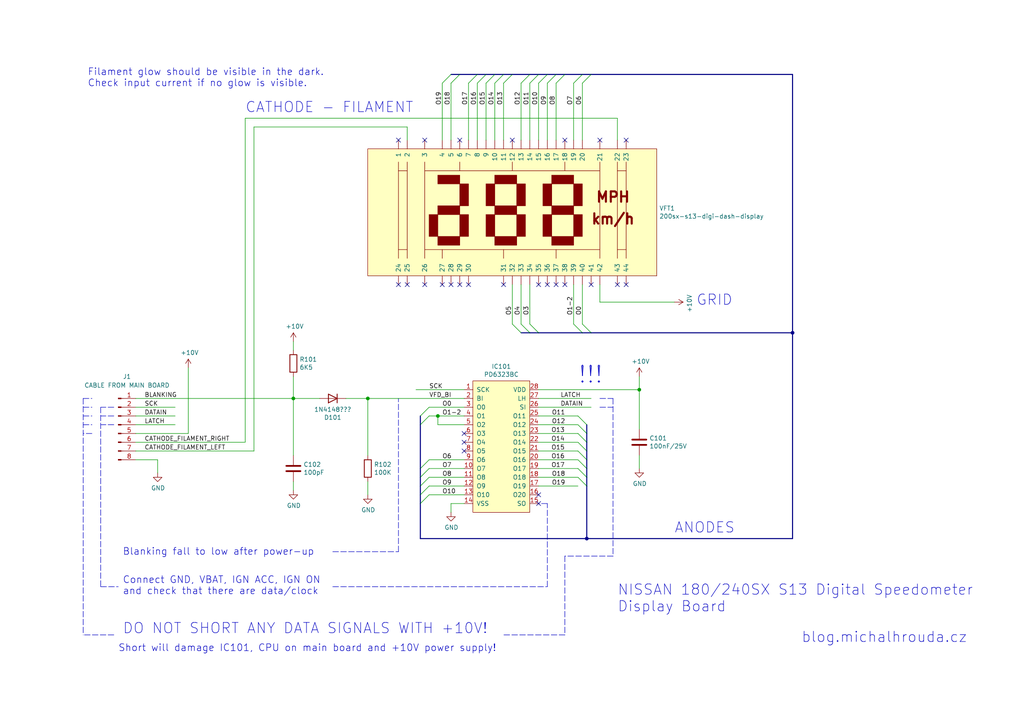
<source format=kicad_sch>
(kicad_sch (version 20250114) (generator "eeschema") (generator_version "9.0")
  (paper "A4")
  (title_block (date "2026-01-31") (rev "REV3"))
  (lib_symbols
    (symbol "180sx-240sx-s13-digidash-rescue:+10V-power" (power) (pin_names (offset 0))
      (property "Value" "power_+10V" (at 0 3.556 0))
      (symbol "+10V-power_0_1"
        (polyline (pts (xy -0.762 1.27) (xy 0 2.54)))
        (polyline (pts (xy 0 2.54) (xy 0.762 1.27)))
        (polyline (pts (xy 0 0) (xy 0 2.54)))
      )
      (symbol "+10V-power_1_1"
        (pin power_in line (at 0 0 90) (length 0) (hide yes) (name "+10V") (number "1"))
      )
    )
    (symbol "180sx-240sx-s13-digidash-rescue:Conn_01x08_Male-Connector" (pin_names (offset 1.016) (hide yes))
      (property "Reference" "J" (at 0 10.16 0))
      (property "Value" "Connector_Conn_01x08_Male" (at 0 -12.7 0))
      (symbol "Conn_01x08_Male-Connector_1_1"
        (rectangle (start 0.8636 7.747) (end 0 7.493) (stroke (width 0.1524)) (fill (type outline)))
        (rectangle (start 0.8636 5.207) (end 0 4.953) (stroke (width 0.1524)) (fill (type outline)))
        (rectangle (start 0.8636 2.667) (end 0 2.413) (stroke (width 0.1524)) (fill (type outline)))
        (rectangle (start 0.8636 0.127) (end 0 -0.127) (stroke (width 0.1524)) (fill (type outline)))
        (rectangle (start 0.8636 -2.413) (end 0 -2.667) (stroke (width 0.1524)) (fill (type outline)))
        (rectangle (start 0.8636 -4.953) (end 0 -5.207) (stroke (width 0.1524)) (fill (type outline)))
        (rectangle (start 0.8636 -7.493) (end 0 -7.747) (stroke (width 0.1524)) (fill (type outline)))
        (rectangle (start 0.8636 -10.033) (end 0 -10.287) (stroke (width 0.1524)) (fill (type outline)))
        (polyline (pts (xy 1.27 7.62) (xy 0.8636 7.62)) (stroke (width 0.1524)))
        (polyline (pts (xy 1.27 5.08) (xy 0.8636 5.08)) (stroke (width 0.1524)))
        (polyline (pts (xy 1.27 2.54) (xy 0.8636 2.54)) (stroke (width 0.1524)))
        (polyline (pts (xy 1.27 0) (xy 0.8636 0)) (stroke (width 0.1524)))
        (polyline (pts (xy 1.27 -2.54) (xy 0.8636 -2.54)) (stroke (width 0.1524)))
        (polyline (pts (xy 1.27 -5.08) (xy 0.8636 -5.08)) (stroke (width 0.1524)))
        (polyline (pts (xy 1.27 -7.62) (xy 0.8636 -7.62)) (stroke (width 0.1524)))
        (polyline (pts (xy 1.27 -10.16) (xy 0.8636 -10.16)) (stroke (width 0.1524)))
        (pin passive line (at 5.08 7.62 180) (length 3.81) (name "Pin_1") (number "1"))
        (pin passive line (at 5.08 5.08 180) (length 3.81) (name "Pin_2") (number "2"))
        (pin passive line (at 5.08 2.54 180) (length 3.81) (name "Pin_3") (number "3"))
        (pin passive line (at 5.08 0 180) (length 3.81) (name "Pin_4") (number "4"))
        (pin passive line (at 5.08 -2.54 180) (length 3.81) (name "Pin_5") (number "5"))
        (pin passive line (at 5.08 -5.08 180) (length 3.81) (name "Pin_6") (number "6"))
        (pin passive line (at 5.08 -7.62 180) (length 3.81) (name "Pin_7") (number "7"))
        (pin passive line (at 5.08 -10.16 180) (length 3.81) (name "Pin_8") (number "8"))
      )
    )
    (symbol "180sx-240sx-s13-digidash-rescue:GND-power" (power) (pin_names (offset 0))
      (property "Value" "power_GND" (at 0 -3.81 0))
      (symbol "GND-power_0_1"
        (polyline (pts (xy 0 0) (xy 0 -1.27) (xy 1.27 -1.27) (xy 0 -2.54) (xy -1.27 -1.27) (xy 0 -1.27)))
      )
      (symbol "GND-power_1_1"
        (pin power_in line (at 0 0 270) (length 0) (hide yes) (name "GND") (number "1"))
      )
    )
    (symbol "200sx-s13-digi-dash-display_1" (pin_names (offset 1.016))
      (property "Reference" "VFT" (at 46.99 -6.35 0))
      (property "Value" "200sx-s13-digi-dash-display" (at 59.69 -8.89 0))
      (symbol "200sx-s13-digi-dash-display_1_0_0"
        (text "MPH" (at 30.48 5.08 0) (effects (font (size 2.9972 2.9972) (bold yes))))
      )
      (symbol "200sx-s13-digi-dash-display_1_0_1"
        (polyline (pts (xy -31.75 12.7) (xy -29.21 12.7)))
        (polyline (pts (xy -31.75 -12.7) (xy -31.75 15.24)))
        (polyline (pts (xy -29.21 -10.16) (xy -31.75 -10.16)))
        (polyline (pts (xy -29.21 -12.7) (xy -29.21 15.24)))
        (polyline (pts (xy -24.13 -12.7) (xy -24.13 15.24) (xy -24.13 12.7) (xy 26.67 12.7) (xy 26.67 15.24) (xy 26.67 12.7) (xy 26.67 -12.7) (xy 26.67 -10.16) (xy -24.13 -10.16)))
        (polyline (pts (xy -19.05 -10.16) (xy -19.05 -12.7)))
        (polyline (pts (xy -13.97 12.7) (xy -13.97 15.24)))
        (rectangle (start -11.43 8.89) (end -13.97 2.54) (fill (type outline)))
        (polyline (pts (xy -1.27 -10.16) (xy -1.27 -12.7)))
        (polyline (pts (xy 1.27 15.24) (xy 1.27 12.7)))
        (polyline (pts (xy 13.97 -12.7) (xy 13.97 -10.16)))
        (polyline (pts (xy 16.51 12.7) (xy 16.51 15.24)))
        (polyline (pts (xy 31.75 -12.7) (xy 31.75 15.24)))
        (polyline (pts (xy 34.29 12.7) (xy 31.75 12.7)))
        (polyline (pts (xy 34.29 -10.16) (xy 31.75 -10.16)))
        (polyline (pts (xy 34.29 -12.7) (xy 34.29 15.24)))
      )
      (symbol "200sx-s13-digi-dash-display_1_1_1"
        (rectangle (start -20.32 11.43) (end -13.97 8.89) (fill (type outline)))
        (rectangle (start -20.32 2.54) (end -13.97 0) (fill (type outline)))
        (rectangle (start -20.32 0) (end -22.86 -6.35) (fill (type outline)))
        (rectangle (start -20.32 -6.35) (end -13.97 -8.89) (fill (type outline)))
        (rectangle (start -11.43 0) (end -13.97 -6.35) (fill (type outline)))
        (rectangle (start -3.81 11.43) (end 2.54 8.89) (fill (type outline)))
        (rectangle (start -3.81 8.89) (end -6.35 2.54) (fill (type outline)))
        (rectangle (start -3.81 2.54) (end 2.54 0) (fill (type outline)))
        (rectangle (start -3.81 0) (end -6.35 -6.35) (fill (type outline)))
        (rectangle (start -3.81 -6.35) (end 2.54 -8.89) (fill (type outline)))
        (rectangle (start 5.08 8.89) (end 2.54 2.54) (fill (type outline)))
        (rectangle (start 5.08 0) (end 2.54 -6.35) (fill (type outline)))
        (rectangle (start 12.7 11.43) (end 19.05 8.89) (fill (type outline)))
        (rectangle (start 12.7 8.89) (end 10.16 2.54) (fill (type outline)))
        (rectangle (start 12.7 2.54) (end 19.05 0) (fill (type outline)))
        (rectangle (start 12.7 0) (end 10.16 -6.35) (fill (type outline)))
        (rectangle (start 12.7 -6.35) (end 19.05 -8.89) (fill (type outline)))
        (rectangle (start 21.59 8.89) (end 19.05 2.54) (fill (type outline)))
        (rectangle (start 21.59 0) (end 19.05 -6.35) (fill (type outline)))
        (rectangle (start 43.18 19.05) (end -40.64 -17.78) (fill (type background)))
        (text "km/h" (at 30.48 -1.27 0) (effects (font (size 2.9972 2.9972) (bold yes))))
        (pin input line (at -31.75 21.59 270) (length 2.54) (name "1") (number "~"))
        (pin input line (at -31.75 -20.32 90) (length 2.54) (name "24") (number "~"))
        (pin input line (at -29.21 21.59 270) (length 2.54) (name "2") (number "~"))
        (pin input line (at -29.21 -20.32 90) (length 2.54) (name "25") (number "~"))
        (pin input line (at -24.13 21.59 270) (length 2.54) (name "3") (number "~"))
        (pin input line (at -24.13 -20.32 90) (length 2.54) (name "26") (number "~"))
        (pin input line (at -19.05 21.59 270) (length 2.54) (name "4") (number "~"))
        (pin input line (at -19.05 -20.32 90) (length 2.54) (name "27") (number "~"))
        (pin input line (at -16.51 21.59 270) (length 2.54) (name "5") (number "~"))
        (pin input line (at -16.51 -20.32 90) (length 2.54) (name "28") (number "~"))
        (pin input line (at -13.97 21.59 270) (length 2.54) (name "6") (number "~"))
        (pin input line (at -13.97 -20.32 90) (length 2.54) (name "29") (number "~"))
        (pin input line (at -11.43 21.59 270) (length 2.54) (name "7") (number "~"))
        (pin input line (at -11.43 -20.32 90) (length 2.54) (name "30") (number "~"))
        (pin input line (at -8.89 21.59 270) (length 2.54) (name "8") (number "~"))
        (pin input line (at -6.35 21.59 270) (length 2.54) (name "9") (number "~"))
        (pin input line (at -3.81 21.59 270) (length 2.54) (name "10") (number "~"))
        (pin input line (at -1.27 21.59 270) (length 2.54) (name "11") (number "~"))
        (pin input line (at -1.27 -20.32 90) (length 2.54) (name "31") (number "~"))
        (pin input line (at 1.27 21.59 270) (length 2.54) (name "12") (number "~"))
        (pin input line (at 1.27 -20.32 90) (length 2.54) (name "32") (number "~"))
        (pin input line (at 3.81 21.59 270) (length 2.54) (name "13") (number "~"))
        (pin input line (at 3.81 -20.32 90) (length 2.54) (name "33") (number "~"))
        (pin input line (at 6.35 21.59 270) (length 2.54) (name "14") (number "~"))
        (pin input line (at 6.35 -20.32 90) (length 2.54) (name "34") (number "~"))
        (pin input line (at 8.89 21.59 270) (length 2.54) (name "15") (number "~"))
        (pin input line (at 8.89 -20.32 90) (length 2.54) (name "35") (number "~"))
        (pin input line (at 11.43 21.59 270) (length 2.54) (name "16") (number "~"))
        (pin input line (at 11.43 -20.32 90) (length 2.54) (name "36") (number "~"))
        (pin input line (at 13.97 21.59 270) (length 2.54) (name "17") (number "~"))
        (pin input line (at 13.97 -20.32 90) (length 2.54) (name "37") (number "~"))
        (pin input line (at 16.51 21.59 270) (length 2.54) (name "18") (number "~"))
        (pin input line (at 16.51 -20.32 90) (length 2.54) (name "38") (number "~"))
        (pin input line (at 19.05 21.59 270) (length 2.54) (name "19") (number "~"))
        (pin input line (at 19.05 -20.32 90) (length 2.54) (name "39") (number "~"))
        (pin input line (at 21.59 21.59 270) (length 2.54) (name "20") (number "~"))
        (pin input line (at 21.59 -20.32 90) (length 2.54) (name "40") (number "~"))
        (pin input line (at 24.13 -20.32 90) (length 2.54) (name "41") (number "~"))
        (pin input line (at 26.67 21.59 270) (length 2.54) (name "21") (number "~"))
        (pin input line (at 26.67 -20.32 90) (length 2.54) (name "42") (number "~"))
        (pin input line (at 31.75 21.59 270) (length 2.54) (name "22") (number "~"))
        (pin input line (at 31.75 -20.32 90) (length 2.54) (name "43") (number "~"))
        (pin input line (at 34.29 21.59 270) (length 2.54) (name "23") (number "~"))
        (pin input line (at 34.29 -20.32 90) (length 2.54) (name "44") (number "~"))
      )
    )
    (symbol "200sx-s13-digi-dash-display_2" (pin_names (offset 1.016))
      (property "Reference" "VFT" (at 46.99 -6.35 0))
      (property "Value" "200sx-s13-digi-dash-display" (at 59.69 -8.89 0))
      (symbol "200sx-s13-digi-dash-display_2_0_0"
        (text "MPH" (at 30.48 5.08 0) (effects (font (size 2.9972 2.9972) (bold yes))))
      )
      (symbol "200sx-s13-digi-dash-display_2_0_1"
        (polyline (pts (xy -31.75 12.7) (xy -29.21 12.7)))
        (polyline (pts (xy -31.75 -12.7) (xy -31.75 15.24)))
        (polyline (pts (xy -29.21 -10.16) (xy -31.75 -10.16)))
        (polyline (pts (xy -29.21 -12.7) (xy -29.21 15.24)))
        (polyline (pts (xy -24.13 -12.7) (xy -24.13 15.24) (xy -24.13 12.7) (xy 26.67 12.7) (xy 26.67 15.24) (xy 26.67 12.7) (xy 26.67 -12.7) (xy 26.67 -10.16) (xy -24.13 -10.16)))
        (polyline (pts (xy -19.05 -10.16) (xy -19.05 -12.7)))
        (polyline (pts (xy -13.97 12.7) (xy -13.97 15.24)))
        (rectangle (start -11.43 8.89) (end -13.97 2.54) (fill (type outline)))
        (polyline (pts (xy -1.27 -10.16) (xy -1.27 -12.7)))
        (polyline (pts (xy 1.27 15.24) (xy 1.27 12.7)))
        (polyline (pts (xy 13.97 -12.7) (xy 13.97 -10.16)))
        (polyline (pts (xy 16.51 12.7) (xy 16.51 15.24)))
        (polyline (pts (xy 31.75 -12.7) (xy 31.75 15.24)))
        (polyline (pts (xy 34.29 12.7) (xy 31.75 12.7)))
        (polyline (pts (xy 34.29 -10.16) (xy 31.75 -10.16)))
        (polyline (pts (xy 34.29 -12.7) (xy 34.29 15.24)))
      )
      (symbol "200sx-s13-digi-dash-display_2_1_1"
        (rectangle (start -20.32 11.43) (end -13.97 8.89) (fill (type outline)))
        (rectangle (start -20.32 2.54) (end -13.97 0) (fill (type outline)))
        (rectangle (start -20.32 0) (end -22.86 -6.35) (fill (type outline)))
        (rectangle (start -20.32 -6.35) (end -13.97 -8.89) (fill (type outline)))
        (rectangle (start -11.43 0) (end -13.97 -6.35) (fill (type outline)))
        (rectangle (start -3.81 11.43) (end 2.54 8.89) (fill (type outline)))
        (rectangle (start -3.81 8.89) (end -6.35 2.54) (fill (type outline)))
        (rectangle (start -3.81 2.54) (end 2.54 0) (fill (type outline)))
        (rectangle (start -3.81 0) (end -6.35 -6.35) (fill (type outline)))
        (rectangle (start -3.81 -6.35) (end 2.54 -8.89) (fill (type outline)))
        (rectangle (start 5.08 8.89) (end 2.54 2.54) (fill (type outline)))
        (rectangle (start 5.08 0) (end 2.54 -6.35) (fill (type outline)))
        (rectangle (start 12.7 11.43) (end 19.05 8.89) (fill (type outline)))
        (rectangle (start 12.7 8.89) (end 10.16 2.54) (fill (type outline)))
        (rectangle (start 12.7 2.54) (end 19.05 0) (fill (type outline)))
        (rectangle (start 12.7 0) (end 10.16 -6.35) (fill (type outline)))
        (rectangle (start 12.7 -6.35) (end 19.05 -8.89) (fill (type outline)))
        (rectangle (start 21.59 8.89) (end 19.05 2.54) (fill (type outline)))
        (rectangle (start 21.59 0) (end 19.05 -6.35) (fill (type outline)))
        (rectangle (start 43.18 19.05) (end -40.64 -17.78) (fill (type background)))
        (text "km/h" (at 30.48 -1.27 0) (effects (font (size 2.9972 2.9972) (bold yes))))
        (pin input line (at -31.75 21.59 270) (length 2.54) (name "1") (number "~"))
        (pin input line (at -31.75 -20.32 90) (length 2.54) (name "24") (number "~"))
        (pin input line (at -29.21 21.59 270) (length 2.54) (name "2") (number "~"))
        (pin input line (at -29.21 -20.32 90) (length 2.54) (name "25") (number "~"))
        (pin input line (at -24.13 21.59 270) (length 2.54) (name "3") (number "~"))
        (pin input line (at -24.13 -20.32 90) (length 2.54) (name "26") (number "~"))
        (pin input line (at -19.05 21.59 270) (length 2.54) (name "4") (number "~"))
        (pin input line (at -19.05 -20.32 90) (length 2.54) (name "27") (number "~"))
        (pin input line (at -16.51 21.59 270) (length 2.54) (name "5") (number "~"))
        (pin input line (at -16.51 -20.32 90) (length 2.54) (name "28") (number "~"))
        (pin input line (at -13.97 21.59 270) (length 2.54) (name "6") (number "~"))
        (pin input line (at -13.97 -20.32 90) (length 2.54) (name "29") (number "~"))
        (pin input line (at -11.43 21.59 270) (length 2.54) (name "7") (number "~"))
        (pin input line (at -11.43 -20.32 90) (length 2.54) (name "30") (number "~"))
        (pin input line (at -8.89 21.59 270) (length 2.54) (name "8") (number "~"))
        (pin input line (at -6.35 21.59 270) (length 2.54) (name "9") (number "~"))
        (pin input line (at -3.81 21.59 270) (length 2.54) (name "10") (number "~"))
        (pin input line (at -1.27 21.59 270) (length 2.54) (name "11") (number "~"))
        (pin input line (at -1.27 -20.32 90) (length 2.54) (name "31") (number "~"))
        (pin input line (at 1.27 21.59 270) (length 2.54) (name "12") (number "~"))
        (pin input line (at 1.27 -20.32 90) (length 2.54) (name "32") (number "~"))
        (pin input line (at 3.81 21.59 270) (length 2.54) (name "13") (number "~"))
        (pin input line (at 3.81 -20.32 90) (length 2.54) (name "33") (number "~"))
        (pin input line (at 6.35 21.59 270) (length 2.54) (name "14") (number "~"))
        (pin input line (at 6.35 -20.32 90) (length 2.54) (name "34") (number "~"))
        (pin input line (at 8.89 21.59 270) (length 2.54) (name "15") (number "~"))
        (pin input line (at 8.89 -20.32 90) (length 2.54) (name "35") (number "~"))
        (pin input line (at 11.43 21.59 270) (length 2.54) (name "16") (number "~"))
        (pin input line (at 11.43 -20.32 90) (length 2.54) (name "36") (number "~"))
        (pin input line (at 13.97 21.59 270) (length 2.54) (name "17") (number "~"))
        (pin input line (at 13.97 -20.32 90) (length 2.54) (name "37") (number "~"))
        (pin input line (at 16.51 21.59 270) (length 2.54) (name "18") (number "~"))
        (pin input line (at 16.51 -20.32 90) (length 2.54) (name "38") (number "~"))
        (pin input line (at 19.05 21.59 270) (length 2.54) (name "19") (number "~"))
        (pin input line (at 19.05 -20.32 90) (length 2.54) (name "39") (number "~"))
        (pin input line (at 21.59 21.59 270) (length 2.54) (name "20") (number "~"))
        (pin input line (at 21.59 -20.32 90) (length 2.54) (name "40") (number "~"))
        (pin input line (at 24.13 -20.32 90) (length 2.54) (name "41") (number "~"))
        (pin input line (at 26.67 21.59 270) (length 2.54) (name "21") (number "~"))
        (pin input line (at 26.67 -20.32 90) (length 2.54) (name "42") (number "~"))
        (pin input line (at 31.75 21.59 270) (length 2.54) (name "22") (number "~"))
        (pin input line (at 31.75 -20.32 90) (length 2.54) (name "43") (number "~"))
        (pin input line (at 34.29 21.59 270) (length 2.54) (name "23") (number "~"))
        (pin input line (at 34.29 -20.32 90) (length 2.54) (name "44") (number "~"))
      )
    )
    (symbol "Device:C" (pin_numbers (hide yes)) (pin_names (offset 0.254))
      (property "Reference" "C" (at 0.635 2.54 0))
      (property "Value" "C" (at 0.635 -2.54 0))
      (symbol "C_0_1"
        (polyline (pts (xy -2.032 0.762) (xy 2.032 0.762)) (stroke (width 0.508)))
        (polyline (pts (xy -2.032 -0.762) (xy 2.032 -0.762)) (stroke (width 0.508)))
      )
      (symbol "C_1_1"
        (pin passive line (at 0 3.81 270) (length 2.794) (name "~") (number "1"))
        (pin passive line (at 0 -3.81 90) (length 2.794) (name "~") (number "2"))
      )
    )
    (symbol "Device:D" (pin_numbers (hide yes)) (pin_names (offset 1.016) (hide yes))
      (property "Reference" "D" (at 0 2.54 0))
      (property "Value" "D" (at 0 -2.54 0))
      (symbol "D_0_1"
        (polyline (pts (xy -1.27 1.27) (xy -1.27 -1.27)) (stroke (width 0.254)))
        (polyline (pts (xy 1.27 1.27) (xy 1.27 -1.27) (xy -1.27 0) (xy 1.27 1.27)) (stroke (width 0.254)))
        (polyline (pts (xy 1.27 0) (xy -1.27 0)))
      )
      (symbol "D_1_1"
        (pin passive line (at -3.81 0 0) (length 2.54) (name "K") (number "1"))
        (pin passive line (at 3.81 0 180) (length 2.54) (name "A") (number "2"))
      )
    )
    (symbol "Device:R" (pin_numbers (hide yes)) (pin_names (offset 0))
      (property "Reference" "R" (at 2.032 0 90))
      (property "Value" "R" (at 0 0 90))
      (symbol "R_0_1"
        (rectangle (start -1.016 -2.54) (end 1.016 2.54) (stroke (width 0.254)))
      )
      (symbol "R_1_1"
        (pin passive line (at 0 3.81 270) (length 1.27) (name "~") (number "1"))
        (pin passive line (at 0 -3.81 90) (length 1.27) (name "~") (number "2"))
      )
    )
    (symbol "Nissan_200sx:PD6323" (pin_names (offset 1.016))
      (property "Reference" "IC" (at -8.89 24.13 0))
      (property "Value" "PD6323" (at -8.89 21.59 0))
      (symbol "PD6323_0_0"
        (pin input line (at -11.43 17.78 0) (length 2.54) (name "SCK") (number "1"))
        (pin input line (at -11.43 15.24 0) (length 2.54) (name "BI") (number "2"))
        (pin output line (at -11.43 12.7 0) (length 2.54) (name "O0") (number "3"))
        (pin output line (at -11.43 10.16 0) (length 2.54) (name "O1") (number "4"))
        (pin output line (at -11.43 7.62 0) (length 2.54) (name "O2") (number "5"))
        (pin output line (at -11.43 5.08 0) (length 2.54) (name "O3") (number "6"))
        (pin output line (at -11.43 2.54 0) (length 2.54) (name "O4") (number "7"))
        (pin output line (at -11.43 0 0) (length 2.54) (name "O5") (number "8"))
        (pin output line (at -11.43 -2.54 0) (length 2.54) (name "O6") (number "9"))
        (pin output line (at -11.43 -5.08 0) (length 2.54) (name "O7") (number "10"))
        (pin output line (at -11.43 -7.62 0) (length 2.54) (name "O8") (number "11"))
        (pin output line (at -11.43 -10.16 0) (length 2.54) (name "O9") (number "12"))
        (pin output line (at -11.43 -12.7 0) (length 2.54) (name "O10") (number "13"))
        (pin power_in line (at -11.43 -15.24 0) (length 2.54) (name "VSS") (number "14"))
        (pin power_in line (at 10.16 17.78 180) (length 2.54) (name "VDD") (number "28"))
        (pin input line (at 10.16 15.24 180) (length 2.54) (name "LH") (number "27"))
        (pin input line (at 10.16 12.7 180) (length 2.54) (name "SI") (number "26"))
        (pin output line (at 10.16 10.16 180) (length 2.54) (name "O11") (number "25"))
        (pin output line (at 10.16 7.62 180) (length 2.54) (name "O12") (number "24"))
        (pin output line (at 10.16 5.08 180) (length 2.54) (name "O13") (number "23"))
        (pin output line (at 10.16 2.54 180) (length 2.54) (name "O14") (number "22"))
        (pin output line (at 10.16 0 180) (length 2.54) (name "O15") (number "21"))
        (pin output line (at 10.16 -2.54 180) (length 2.54) (name "O16") (number "20"))
        (pin output line (at 10.16 -5.08 180) (length 2.54) (name "O17") (number "19"))
        (pin output line (at 10.16 -7.62 180) (length 2.54) (name "O18") (number "18"))
        (pin output line (at 10.16 -10.16 180) (length 2.54) (name "O19") (number "17"))
        (pin output line (at 10.16 -12.7 180) (length 2.54) (name "O20") (number "16"))
        (pin output line (at 10.16 -15.24 180) (length 2.54) (name "SO") (number "15"))
      )
      (symbol "PD6323_0_1"
        (rectangle (start -8.89 20.32) (end 7.62 -17.78) (fill (type background)))
      )
    )
  )
  (text "CATHODE - FILAMENT" (at 71.12 33.02 0) (effects (font (size 2.9972 2.9972)) (justify left bottom)))
  (text "!!!" (at 167.64 111.76 0) (effects (font (size 5.0038 5.0038)) (justify left bottom)))
  (text "NISSAN 180/240SX S13 Digital Speedometer\nDisplay Board" (at 179.07 177.8 0) (effects (font (size 2.9972 2.9972)) (justify left bottom)))
  (text "blog.michalhrouda.cz" (at 232.41 186.69 0) (effects (font (size 2.9972 2.9972)) (justify left bottom)))
  (text "DO NOT SHORT ANY DATA SIGNALS WITH +10V!" (at 35.56 184.15 0) (effects (font (size 2.9972 2.9972)) (justify left bottom)))
  (text "Connect GND, VBAT, IGN ACC, IGN ON\nand check that there are data/clock\n" (at 35.56 172.72 0) (effects (font (size 2.0066 2.0066)) (justify left bottom)))
  (text "Blanking fall to low after power-up" (at 35.56 161.29 0) (effects (font (size 2.0066 2.0066)) (justify left bottom)))
  (text "Short will damage IC101, CPU on main board and +10V power supply!" (at 34.29 189.23 0) (effects (font (size 2.0066 2.0066)) (justify left bottom)))
  (text "Filament glow should be visible in the dark.\nCheck input current if no glow is visible." (at 25.4 25.4 0) (effects (font (size 2.0066 2.0066)) (justify left bottom)))
  (text "ANODES" (at 195.58 154.94 0) (effects (font (size 2.9972 2.9972)) (justify left bottom)))
  (text "GRID" (at 201.93 88.9 0) (effects (font (size 2.9972 2.9972)) (justify left bottom)))
  (junction (at 229.87 96.52))
  (junction (at 185.42 113.03))
  (junction (at 127 120.65))
  (junction (at 106.68 115.57))
  (junction (at 85.09 115.57))
  (junction (at 170.18 156.21))
  (no_connect (at 115.57 82.55))
  (no_connect (at 156.21 146.05))
  (no_connect (at 123.19 40.64))
  (no_connect (at 171.45 82.55))
  (no_connect (at 130.81 82.55))
  (no_connect (at 133.35 82.55))
  (no_connect (at 134.62 128.27))
  (no_connect (at 156.21 143.51))
  (no_connect (at 163.83 40.64))
  (no_connect (at 173.99 40.64))
  (no_connect (at 123.19 82.55))
  (no_connect (at 181.61 82.55))
  (no_connect (at 148.59 40.64))
  (no_connect (at 163.83 82.55))
  (no_connect (at 135.89 82.55))
  (no_connect (at 181.61 40.64))
  (no_connect (at 115.57 40.64))
  (no_connect (at 128.27 82.55))
  (no_connect (at 179.07 82.55))
  (no_connect (at 156.21 82.55))
  (no_connect (at 133.35 40.64))
  (no_connect (at 134.62 125.73))
  (no_connect (at 118.11 82.55))
  (no_connect (at 146.05 82.55))
  (no_connect (at 158.75 82.55))
  (no_connect (at 134.62 130.81))
  (no_connect (at 161.29 82.55))
  (bus_entry (at 135.89 24.13) (size 2.54 -2.54))
  (bus_entry (at 138.43 24.13) (size 2.54 -2.54))
  (bus_entry (at 124.46 143.51) (size -2.54 2.54))
  (bus_entry (at 124.46 138.43) (size -2.54 2.54))
  (bus_entry (at 140.97 24.13) (size 2.54 -2.54))
  (bus_entry (at 167.64 123.19) (size 2.54 2.54))
  (bus_entry (at 161.29 24.13) (size 2.54 -2.54))
  (bus_entry (at 151.13 24.13) (size 2.54 -2.54))
  (bus_entry (at 153.67 24.13) (size 2.54 -2.54))
  (bus_entry (at 167.64 128.27) (size 2.54 2.54))
  (bus_entry (at 146.05 24.13) (size 2.54 -2.54))
  (bus_entry (at 143.51 24.13) (size 2.54 -2.54))
  (bus_entry (at 124.46 135.89) (size -2.54 2.54))
  (bus_entry (at 124.46 133.35) (size -2.54 2.54))
  (bus_entry (at 167.64 135.89) (size 2.54 2.54))
  (bus_entry (at 124.46 120.65) (size -2.54 2.54))
  (bus_entry (at 128.27 24.13) (size 2.54 -2.54))
  (bus_entry (at 167.64 130.81) (size 2.54 2.54))
  (bus_entry (at 167.64 125.73) (size 2.54 2.54))
  (bus_entry (at 167.64 133.35) (size 2.54 2.54))
  (bus_entry (at 151.13 93.98) (size 2.54 2.54))
  (bus_entry (at 156.21 24.13) (size 2.54 -2.54))
  (bus_entry (at 130.81 24.13) (size 2.54 -2.54))
  (bus_entry (at 158.75 24.13) (size 2.54 -2.54))
  (bus_entry (at 124.46 140.97) (size -2.54 2.54))
  (bus_entry (at 166.37 93.98) (size 2.54 2.54))
  (bus_entry (at 167.64 120.65) (size 2.54 2.54))
  (bus_entry (at 166.37 24.13) (size 2.54 -2.54))
  (bus_entry (at 153.67 93.98) (size 2.54 2.54))
  (bus_entry (at 124.46 118.11) (size -2.54 2.54))
  (bus_entry (at 168.91 24.13) (size 2.54 -2.54))
  (bus_entry (at 168.91 93.98) (size 2.54 2.54))
  (bus_entry (at 167.64 138.43) (size 2.54 2.54))
  (bus_entry (at 148.59 93.98) (size 2.54 2.54))
  (wire (pts (xy 156.21 140.97) (xy 167.64 140.97)))
  (polyline (pts (xy 115.57 160.02) (xy 115.57 115.57)) (stroke (width 0) (type dash)))
  (wire (pts (xy 85.09 115.57) (xy 85.09 109.22)))
  (bus (pts (xy 121.92 138.43) (xy 121.92 140.97)))
  (polyline (pts (xy 29.21 170.18) (xy 34.29 170.18)) (stroke (width 0) (type dash)))
  (bus (pts (xy 121.92 120.65) (xy 121.92 123.19)))
  (wire (pts (xy 156.21 128.27) (xy 167.64 128.27)))
  (wire (pts (xy 156.21 123.19) (xy 167.64 123.19)))
  (polyline (pts (xy 24.13 118.11) (xy 26.67 118.11)) (stroke (width 0) (type dash)))
  (polyline (pts (xy 158.75 146.05) (xy 156.21 146.05)) (stroke (width 0) (type dash)))
  (wire (pts (xy 39.37 115.57) (xy 85.09 115.57)))
  (wire (pts (xy 71.12 34.29) (xy 179.07 34.29)))
  (wire (pts (xy 168.91 40.64) (xy 168.91 24.13)))
  (wire (pts (xy 151.13 82.55) (xy 151.13 93.98)))
  (wire (pts (xy 156.21 40.64) (xy 156.21 24.13)))
  (wire (pts (xy 143.51 40.64) (xy 143.51 24.13)))
  (polyline (pts (xy 29.21 118.11) (xy 29.21 170.18)) (stroke (width 0) (type dash)))
  (bus (pts (xy 121.92 140.97) (xy 121.92 143.51)))
  (wire (pts (xy 39.37 120.65) (xy 50.8 120.65)))
  (wire (pts (xy 45.72 133.35) (xy 45.72 137.16)))
  (polyline (pts (xy 177.8 115.57) (xy 177.8 161.29)) (stroke (width 0) (type dash)))
  (bus (pts (xy 170.18 128.27) (xy 170.18 130.81)))
  (bus (pts (xy 140.97 21.59) (xy 143.51 21.59)))
  (bus (pts (xy 133.35 21.59) (xy 138.43 21.59)))
  (polyline (pts (xy 173.99 115.57) (xy 177.8 115.57)) (stroke (width 0) (type dash)))
  (bus (pts (xy 170.18 138.43) (xy 170.18 140.97)))
  (polyline (pts (xy 33.02 118.11) (xy 29.21 118.11)) (stroke (width 0) (type dash)))
  (wire (pts (xy 118.11 36.83) (xy 118.11 40.64)))
  (wire (pts (xy 85.09 139.7) (xy 85.09 142.24)))
  (bus (pts (xy 121.92 123.19) (xy 121.92 135.89)))
  (wire (pts (xy 156.21 125.73) (xy 167.64 125.73)))
  (polyline (pts (xy 173.99 118.11) (xy 177.8 118.11)) (stroke (width 0) (type dash)))
  (wire (pts (xy 166.37 82.55) (xy 166.37 93.98)))
  (bus (pts (xy 121.92 156.21) (xy 170.18 156.21)))
  (wire (pts (xy 158.75 40.64) (xy 158.75 24.13)))
  (wire (pts (xy 138.43 40.64) (xy 138.43 24.13)))
  (wire (pts (xy 153.67 40.64) (xy 153.67 24.13)))
  (wire (pts (xy 71.12 34.29) (xy 71.12 128.27)))
  (wire (pts (xy 156.21 130.81) (xy 167.64 130.81)))
  (bus (pts (xy 229.87 96.52) (xy 229.87 156.21)))
  (wire (pts (xy 166.37 40.64) (xy 166.37 24.13)))
  (wire (pts (xy 173.99 82.55) (xy 173.99 87.63)))
  (bus (pts (xy 161.29 21.59) (xy 163.83 21.59)))
  (wire (pts (xy 179.07 40.64) (xy 179.07 34.29)))
  (wire (pts (xy 168.91 82.55) (xy 168.91 93.98)))
  (wire (pts (xy 127 123.19) (xy 134.62 123.19)))
  (wire (pts (xy 124.46 143.51) (xy 134.62 143.51)))
  (wire (pts (xy 124.46 133.35) (xy 134.62 133.35)))
  (wire (pts (xy 130.81 40.64) (xy 130.81 24.13)))
  (wire (pts (xy 127 120.65) (xy 134.62 120.65)))
  (wire (pts (xy 148.59 82.55) (xy 148.59 93.98)))
  (wire (pts (xy 156.21 118.11) (xy 171.45 118.11)))
  (bus (pts (xy 121.92 146.05) (xy 121.92 156.21)))
  (wire (pts (xy 39.37 128.27) (xy 71.12 128.27)))
  (wire (pts (xy 127 123.19) (xy 127 120.65)))
  (wire (pts (xy 153.67 82.55) (xy 153.67 93.98)))
  (wire (pts (xy 85.09 101.6) (xy 85.09 99.06)))
  (bus (pts (xy 153.67 21.59) (xy 156.21 21.59)))
  (bus (pts (xy 151.13 96.52) (xy 153.67 96.52)))
  (bus (pts (xy 146.05 21.59) (xy 148.59 21.59)))
  (polyline (pts (xy 24.13 115.57) (xy 24.13 184.15)) (stroke (width 0) (type dash)))
  (wire (pts (xy 39.37 118.11) (xy 50.8 118.11)))
  (bus (pts (xy 156.21 96.52) (xy 168.91 96.52)))
  (wire (pts (xy 39.37 125.73) (xy 54.61 125.73)))
  (wire (pts (xy 185.42 109.22) (xy 185.42 113.03)))
  (wire (pts (xy 106.68 115.57) (xy 106.68 132.08)))
  (bus (pts (xy 170.18 140.97) (xy 170.18 156.21)))
  (polyline (pts (xy 24.13 123.19) (xy 26.67 123.19)) (stroke (width 0) (type dash)))
  (bus (pts (xy 170.18 156.21) (xy 229.87 156.21)))
  (polyline (pts (xy 158.75 170.18) (xy 158.75 146.05)) (stroke (width 0) (type dash)))
  (polyline (pts (xy 24.13 115.57) (xy 26.67 115.57)) (stroke (width 0) (type dash)))
  (wire (pts (xy 39.37 133.35) (xy 45.72 133.35)))
  (bus (pts (xy 130.81 21.59) (xy 133.35 21.59)))
  (bus (pts (xy 170.18 130.81) (xy 170.18 133.35)))
  (bus (pts (xy 148.59 21.59) (xy 153.67 21.59)))
  (wire (pts (xy 146.05 40.64) (xy 146.05 24.13)))
  (bus (pts (xy 121.92 143.51) (xy 121.92 146.05)))
  (wire (pts (xy 85.09 115.57) (xy 85.09 132.08)))
  (wire (pts (xy 134.62 146.05) (xy 130.81 146.05)))
  (bus (pts (xy 153.67 96.52) (xy 156.21 96.52)))
  (wire (pts (xy 124.46 118.11) (xy 134.62 118.11)))
  (wire (pts (xy 156.21 115.57) (xy 171.45 115.57)))
  (wire (pts (xy 124.46 135.89) (xy 134.62 135.89)))
  (wire (pts (xy 54.61 106.68) (xy 54.61 125.73)))
  (polyline (pts (xy 163.83 161.29) (xy 163.83 184.15)) (stroke (width 0) (type dash)))
  (polyline (pts (xy 26.67 125.73) (xy 24.13 125.73)) (stroke (width 0) (type dash)))
  (wire (pts (xy 156.21 133.35) (xy 167.64 133.35)))
  (wire (pts (xy 185.42 132.08) (xy 185.42 135.89)))
  (bus (pts (xy 170.18 125.73) (xy 170.18 128.27)))
  (bus (pts (xy 121.92 135.89) (xy 121.92 138.43)))
  (bus (pts (xy 171.45 96.52) (xy 229.87 96.52)))
  (bus (pts (xy 158.75 21.59) (xy 161.29 21.59)))
  (wire (pts (xy 120.65 113.03) (xy 134.62 113.03)))
  (bus (pts (xy 170.18 133.35) (xy 170.18 135.89)))
  (polyline (pts (xy 96.52 170.18) (xy 158.75 170.18)) (stroke (width 0) (type dash)))
  (wire (pts (xy 100.33 115.57) (xy 106.68 115.57)))
  (wire (pts (xy 92.71 115.57) (xy 85.09 115.57)))
  (wire (pts (xy 156.21 120.65) (xy 167.64 120.65)))
  (bus (pts (xy 163.83 21.59) (xy 168.91 21.59)))
  (bus (pts (xy 156.21 21.59) (xy 158.75 21.59)))
  (wire (pts (xy 130.81 146.05) (xy 130.81 148.59)))
  (wire (pts (xy 124.46 140.97) (xy 134.62 140.97)))
  (wire (pts (xy 185.42 113.03) (xy 185.42 124.46)))
  (polyline (pts (xy 33.02 120.65) (xy 29.21 120.65)) (stroke (width 0) (type dash)))
  (wire (pts (xy 106.68 115.57) (xy 134.62 115.57)))
  (polyline (pts (xy 24.13 120.65) (xy 26.67 120.65)) (stroke (width 0) (type dash)))
  (wire (pts (xy 173.99 87.63) (xy 195.58 87.63)))
  (bus (pts (xy 138.43 21.59) (xy 140.97 21.59)))
  (wire (pts (xy 135.89 40.64) (xy 135.89 24.13)))
  (wire (pts (xy 156.21 113.03) (xy 185.42 113.03)))
  (wire (pts (xy 156.21 135.89) (xy 167.64 135.89)))
  (wire (pts (xy 73.66 130.81) (xy 73.66 36.83)))
  (polyline (pts (xy 33.02 184.15) (xy 24.13 184.15)) (stroke (width 0) (type dash)))
  (wire (pts (xy 39.37 130.81) (xy 73.66 130.81)))
  (bus (pts (xy 168.91 21.59) (xy 171.45 21.59)))
  (bus (pts (xy 168.91 96.52) (xy 171.45 96.52)))
  (wire (pts (xy 124.46 138.43) (xy 134.62 138.43)))
  (bus (pts (xy 229.87 21.59) (xy 229.87 96.52)))
  (wire (pts (xy 161.29 40.64) (xy 161.29 24.13)))
  (wire (pts (xy 140.97 40.64) (xy 140.97 24.13)))
  (wire (pts (xy 39.37 123.19) (xy 50.8 123.19)))
  (wire (pts (xy 128.27 40.64) (xy 128.27 24.13)))
  (bus (pts (xy 170.18 135.89) (xy 170.18 138.43)))
  (polyline (pts (xy 33.02 123.19) (xy 29.21 123.19)) (stroke (width 0) (type dash)))
  (polyline (pts (xy 163.83 184.15) (xy 146.05 184.15)) (stroke (width 0) (type dash)))
  (wire (pts (xy 73.66 36.83) (xy 118.11 36.83)))
  (bus (pts (xy 171.45 21.59) (xy 229.87 21.59)))
  (polyline (pts (xy 96.52 160.02) (xy 115.57 160.02)) (stroke (width 0) (type dash)))
  (wire (pts (xy 106.68 143.51) (xy 106.68 139.7)))
  (wire (pts (xy 151.13 40.64) (xy 151.13 24.13)))
  (wire (pts (xy 156.21 138.43) (xy 167.64 138.43)))
  (bus (pts (xy 170.18 123.19) (xy 170.18 125.73)))
  (bus (pts (xy 143.51 21.59) (xy 146.05 21.59)))
  (wire (pts (xy 124.46 120.65) (xy 127 120.65)))
  (polyline (pts (xy 177.8 161.29) (xy 163.83 161.29)) (stroke (width 0) (type dash)))
  (label "BLANKING" (at 41.91 115.57 0))
  (label "DATAIN" (at 41.91 120.65 0))
  (label "O1-2" (at 128.27 120.65 0))
  (label "O7" (at 128.27 135.89 0))
  (label "O16" (at 163.83 133.35 180))
  (label "O0" (at 168.91 91.44 90))
  (label "VFD_BI" (at 124.46 115.57 0))
  (label "O3" (at 153.67 91.44 90))
  (label "LATCH" (at 162.56 115.57 0))
  (label "O15" (at 163.83 130.81 180))
  (label "O6" (at 168.91 30.48 90))
  (label "O1-2" (at 166.37 91.44 90))
  (label "SCK" (at 124.46 113.03 0))
  (label "O8" (at 161.29 30.48 90))
  (label "O5" (at 148.59 91.44 90))
  (label "O19" (at 128.27 30.48 90))
  (label "CATHODE_FILAMENT_LEFT" (at 41.91 130.81 0))
  (label "O19" (at 160.02 140.97 0))
  (label "LATCH" (at 41.91 123.19 0))
  (label "O10" (at 128.27 143.51 0))
  (label "O9" (at 128.27 140.97 0))
  (label "O10" (at 156.21 30.48 90))
  (label "O15" (at 140.97 30.48 90))
  (label "O14" (at 163.83 128.27 180))
  (label "O13" (at 163.83 125.73 180))
  (label "O16" (at 138.43 30.48 90))
  (label "O7" (at 166.37 30.48 90))
  (label "O0" (at 128.27 118.11 0))
  (label "O12" (at 160.02 123.19 0))
  (label "O4" (at 151.13 91.44 90))
  (label "O18" (at 160.02 138.43 0))
  (label "O12" (at 151.13 30.48 90))
  (label "O11" (at 153.67 30.48 90))
  (label "O8" (at 128.27 138.43 0))
  (label "O17" (at 163.83 135.89 180))
  (label "O9" (at 158.75 30.48 90))
  (label "O11" (at 160.02 120.65 0))
  (label "SCK" (at 41.91 118.11 0))
  (label "CATHODE_FILAMENT_RIGHT" (at 41.91 128.27 0))
  (label "O17" (at 135.89 30.48 90))
  (label "O13" (at 146.05 30.48 90))
  (label "DATAIN" (at 162.56 118.11 0))
  (label "O6" (at 128.27 133.35 0))
  (label "O18" (at 130.81 30.48 90))
  (label "O14" (at 143.51 30.48 90))
  (symbol (lib_id "Nissan_200sx:PD6323") (at 146.05 130.81 0) (unit 1)
    (property "Reference" "IC101" (at 145.415 106.299 0))
    (property "Value" "PD6323BC" (at 145.415 108.6104 0))
  )
  (symbol (lib_id "Device:C") (at 185.42 128.27 0) (unit 1)
    (property "Reference" "C101" (at 188.341 127.1016 0) (effects (justify left)))
    (property "Value" "100nF/25V" (at 188.341 129.413 0) (effects (justify left)))
  )
  (symbol (lib_id "Device:C") (at 85.09 135.89 0) (unit 1)
    (property "Reference" "C102" (at 88.011 134.7216 0) (effects (justify left)))
    (property "Value" "100pF" (at 88.011 137.033 0) (effects (justify left)))
  )
  (symbol (lib_id "Device:R") (at 85.09 105.41 0) (unit 1)
    (property "Reference" "R101" (at 86.868 104.2416 0) (effects (justify left)))
    (property "Value" "6K5" (at 86.868 106.553 0) (effects (justify left)))
  )
  (symbol (lib_id "Device:R") (at 106.68 135.89 0) (unit 1)
    (property "Reference" "R102" (at 108.458 134.7216 0) (effects (justify left)))
    (property "Value" "100K" (at 108.458 137.033 0) (effects (justify left)))
  )
  (symbol (lib_id "Device:D") (at 96.52 115.57 180) (unit 1)
    (property "Reference" "D101" (at 96.52 121.0818 0))
    (property "Value" "1N4148???" (at 96.52 118.7704 0))
  )
  (symbol (lib_id "180sx-240sx-s13-digidash-rescue:Conn_01x08_Male-Connector") (at 34.29 123.19 0) (unit 1)
    (property "Reference" "J1" (at 36.83 109.22 0))
    (property "Value" "CABLE FROM MAIN BOARD" (at 36.83 111.76 0))
  )
  (symbol (lib_id "180sx-240sx-s13-digidash-rescue:GND-power") (at 45.72 137.16 0) (unit 1)
    (property "Reference" "#PWR01" (effects (hide yes)))
    (property "Value" "GND" (at 45.847 141.5542 0))
  )
  (symbol (lib_id "180sx-240sx-s13-digidash-rescue:GND-power") (at 130.81 148.59 0) (unit 1)
    (property "Reference" "#PWR06" (effects (hide yes)))
    (property "Value" "GND" (at 130.937 152.9842 0))
  )
  (symbol (lib_id "180sx-240sx-s13-digidash-rescue:GND-power") (at 185.42 135.89 0) (unit 1)
    (property "Reference" "#PWR08" (effects (hide yes)))
    (property "Value" "GND" (at 185.547 140.2842 0))
  )
  (symbol (lib_id "180sx-240sx-s13-digidash-rescue:+10V-power") (at 54.61 106.68 0) (unit 1)
    (property "Reference" "#PWR02" (effects (hide yes)))
    (property "Value" "+10V" (at 54.991 102.2858 0))
  )
  (symbol (lib_id "180sx-240sx-s13-digidash-rescue:+10V-power") (at 85.09 99.06 0) (unit 1)
    (property "Reference" "#PWR03" (effects (hide yes)))
    (property "Value" "+10V" (at 85.471 94.6658 0))
  )
  (symbol (lib_id "180sx-240sx-s13-digidash-rescue:GND-power") (at 106.68 143.51 0) (unit 1)
    (property "Reference" "#PWR05" (effects (hide yes)))
    (property "Value" "GND" (at 106.807 147.9042 0))
  )
  (symbol (lib_id "180sx-240sx-s13-digidash-rescue:+10V-power") (at 185.42 109.22 0) (unit 1)
    (property "Reference" "#PWR07" (effects (hide yes)))
    (property "Value" "+10V" (at 185.801 104.8258 0))
  )
  (symbol (lib_id "180sx-240sx-s13-digidash-rescue:GND-power") (at 85.09 142.24 0) (unit 1)
    (property "Reference" "#PWR04" (effects (hide yes)))
    (property "Value" "GND" (at 85.217 146.6342 0))
  )
  (symbol (lib_name "200sx-s13-digi-dash-display_2") (lib_id "Nissan_200sx:200sx-s13-digi-dash-display") (at 147.32 62.23 0) (unit 1)
    (property "Reference" "VFT1" (at 191.2112 60.4266 0) (effects (justify left)))
    (property "Value" "200sx-s13-digi-dash-display" (at 191.2112 62.738 0) (effects (justify left)))
  )
  (symbol (lib_id "180sx-240sx-s13-digidash-rescue:+10V-power") (at 195.58 87.63 270) (unit 1)
    (property "Reference" "#PWR09" (effects (hide yes)))
    (property "Value" "+10V" (at 199.9742 88.011 0))
  )
)
</source>
